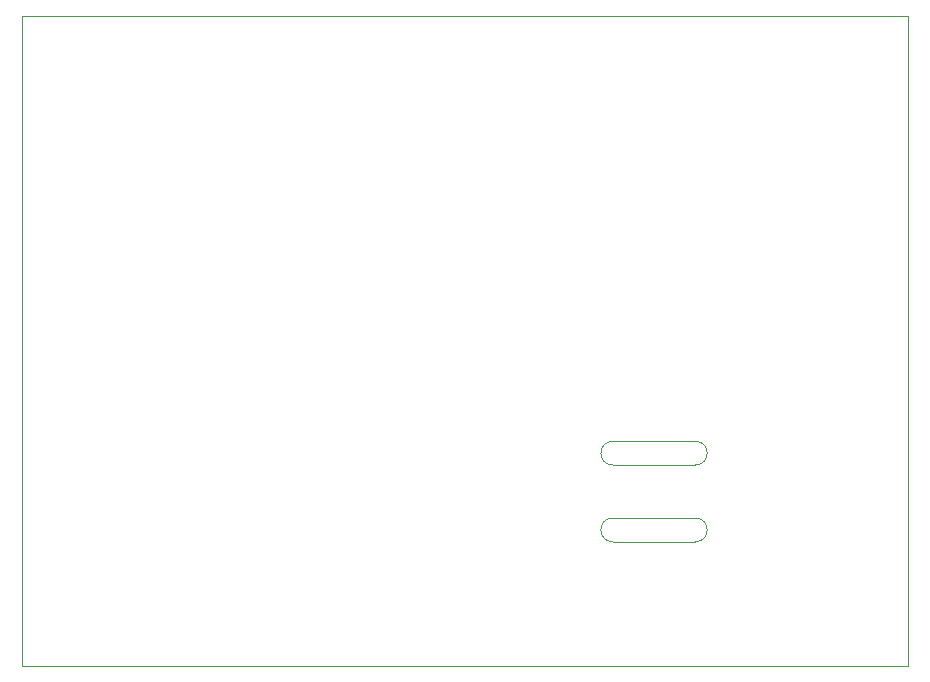
<source format=gbr>
G04 #@! TF.GenerationSoftware,KiCad,Pcbnew,5.0.2-bee76a0~70~ubuntu18.04.1*
G04 #@! TF.CreationDate,2019-04-11T12:32:57+02:00*
G04 #@! TF.ProjectId,Plant_monitoring_device,506c616e-745f-46d6-9f6e-69746f72696e,rev?*
G04 #@! TF.SameCoordinates,Original*
G04 #@! TF.FileFunction,Profile,NP*
%FSLAX46Y46*%
G04 Gerber Fmt 4.6, Leading zero omitted, Abs format (unit mm)*
G04 Created by KiCad (PCBNEW 5.0.2-bee76a0~70~ubuntu18.04.1) date Čt 11. dubna 2019, 12:32:57 CEST*
%MOMM*%
%LPD*%
G01*
G04 APERTURE LIST*
%ADD10C,0.001000*%
G04 APERTURE END LIST*
D10*
X242000000Y-135000000D02*
G75*
G02X242000000Y-133000000I0J1000000D01*
G01*
X242000000Y-135000000D02*
X249000000Y-135000000D01*
X249000000Y-133000000D02*
G75*
G02X249000000Y-135000000I0J-1000000D01*
G01*
X242000000Y-133000000D02*
X249000000Y-133000000D01*
X249000000Y-139500000D02*
G75*
G02X249000000Y-141500000I0J-1000000D01*
G01*
X242000000Y-141500000D02*
X249000000Y-141500000D01*
X242000000Y-139500000D02*
X249000000Y-139500000D01*
X242000000Y-141500000D02*
G75*
G02X242000000Y-139500000I0J1000000D01*
G01*
X192000000Y-97000000D02*
X192000000Y-152000000D01*
X192000000Y-152000000D02*
X267000000Y-152000000D01*
X267000000Y-97000000D02*
X192000000Y-97000000D01*
X267000000Y-152000000D02*
X267000000Y-97000000D01*
M02*

</source>
